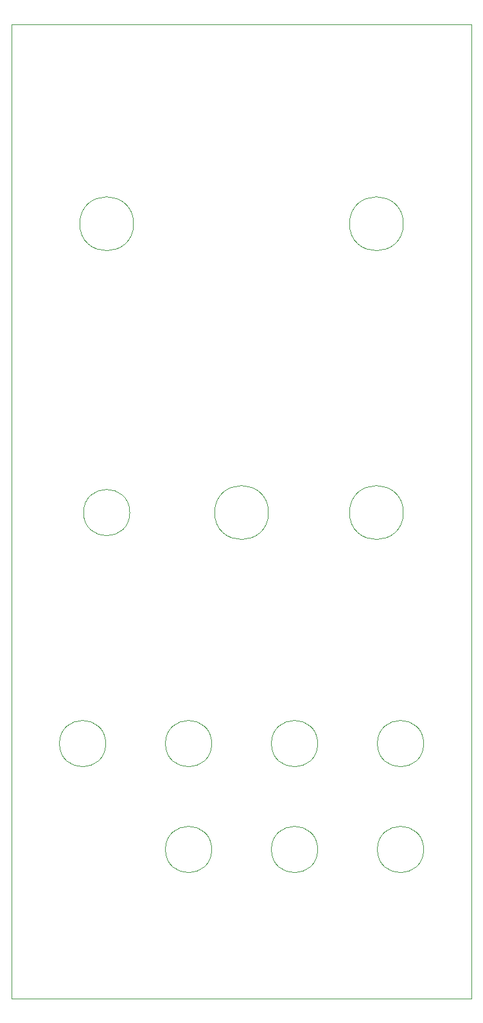
<source format=gm1>
G04 #@! TF.GenerationSoftware,KiCad,Pcbnew,5.1.10-88a1d61d58~88~ubuntu20.04.1*
G04 #@! TF.CreationDate,2021-06-12T13:15:57-04:00*
G04 #@! TF.ProjectId,front_panel,66726f6e-745f-4706-916e-656c2e6b6963,0*
G04 #@! TF.SameCoordinates,Original*
G04 #@! TF.FileFunction,Profile,NP*
%FSLAX46Y46*%
G04 Gerber Fmt 4.6, Leading zero omitted, Abs format (unit mm)*
G04 Created by KiCad (PCBNEW 5.1.10-88a1d61d58~88~ubuntu20.04.1) date 2021-06-12 13:15:57*
%MOMM*%
%LPD*%
G01*
G04 APERTURE LIST*
G04 #@! TA.AperFunction,Profile*
%ADD10C,0.050000*%
G04 #@! TD*
G04 APERTURE END LIST*
D10*
X33850000Y-64400000D02*
G75*
G03*
X33850000Y-64400000I-3550000J0D01*
G01*
X40335000Y-108850000D02*
G75*
G03*
X40335000Y-108850000I-3050000J0D01*
G01*
X26365000Y-94880000D02*
G75*
G03*
X26365000Y-94880000I-3050000J0D01*
G01*
X54305000Y-108850000D02*
G75*
G03*
X54305000Y-108850000I-3050000J0D01*
G01*
X26365000Y-108850000D02*
G75*
G03*
X26365000Y-108850000I-3050000J0D01*
G01*
X54305000Y-94880000D02*
G75*
G03*
X54305000Y-94880000I-3050000J0D01*
G01*
X40335000Y-94880000D02*
G75*
G03*
X40335000Y-94880000I-3050000J0D01*
G01*
X12395000Y-94880000D02*
G75*
G03*
X12395000Y-94880000I-3050000J0D01*
G01*
X51630000Y-64400000D02*
G75*
G03*
X51630000Y-64400000I-3550000J0D01*
G01*
X15570000Y-64400000D02*
G75*
G03*
X15570000Y-64400000I-3050000J0D01*
G01*
X51630000Y-26300000D02*
G75*
G03*
X51630000Y-26300000I-3550000J0D01*
G01*
X16070000Y-26300000D02*
G75*
G03*
X16070000Y-26300000I-3550000J0D01*
G01*
X60600000Y0D02*
X60600000Y-128500000D01*
X0Y-128500000D02*
X60600000Y-128500000D01*
X0Y0D02*
X60600000Y0D01*
X0Y0D02*
X0Y-128500000D01*
M02*

</source>
